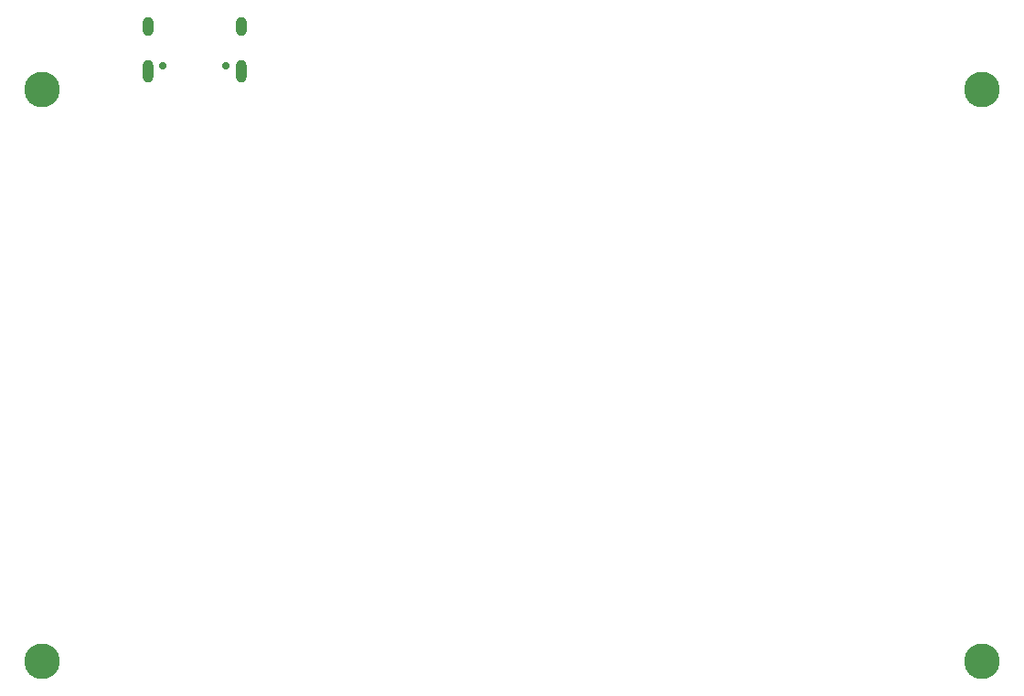
<source format=gbr>
G04 #@! TF.GenerationSoftware,KiCad,Pcbnew,(6.0.0)*
G04 #@! TF.CreationDate,2022-12-26T15:53:50+03:00*
G04 #@! TF.ProjectId,mcu board,6d637520-626f-4617-9264-2e6b69636164,rev?*
G04 #@! TF.SameCoordinates,Original*
G04 #@! TF.FileFunction,Soldermask,Bot*
G04 #@! TF.FilePolarity,Negative*
%FSLAX46Y46*%
G04 Gerber Fmt 4.6, Leading zero omitted, Abs format (unit mm)*
G04 Created by KiCad (PCBNEW (6.0.0)) date 2022-12-26 15:53:50*
%MOMM*%
%LPD*%
G01*
G04 APERTURE LIST*
%ADD10C,0.702000*%
%ADD11O,1.002000X1.802000*%
%ADD12O,1.002000X2.102000*%
%ADD13C,3.302000*%
G04 APERTURE END LIST*
D10*
X119974999Y-65794999D03*
X114194999Y-65794999D03*
D11*
X121404999Y-62104999D03*
X112764999Y-62104999D03*
D12*
X121404999Y-66274999D03*
X112764999Y-66274999D03*
D13*
X103000000Y-68000000D03*
X190000000Y-68000000D03*
X190000000Y-121000000D03*
X103000000Y-121000000D03*
M02*

</source>
